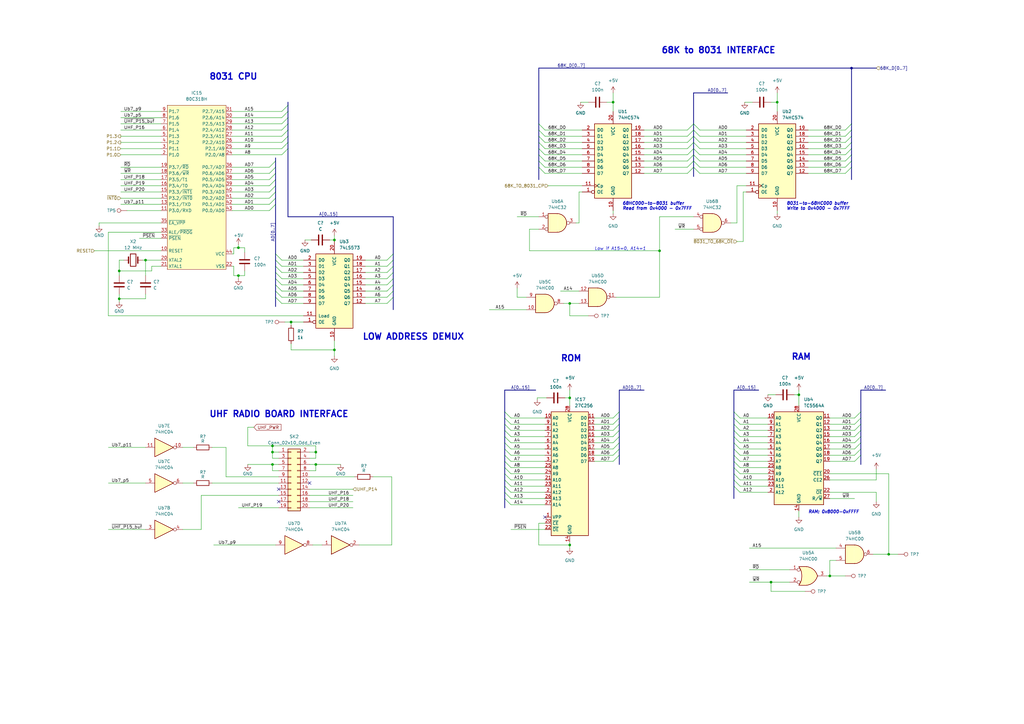
<source format=kicad_sch>
(kicad_sch (version 20211123) (generator eeschema)
  (paper "A3")
  (title_block (title "Datatrak Locator Mk.2 - 8031 (Radio) CPU"))
  (junction (at 270.51 102.87))
  (junction (at 111.76 182.88))
  (junction (at 111.76 190.5))
  (junction (at 119.38 132.08))
  (junction (at 316.23 238.76))
  (junction (at 111.76 185.42))
  (junction (at 251.46 41.91))
  (junction (at 340.36 236.22))
  (junction (at 97.79 113.03))
  (junction (at 97.79 101.6))
  (junction (at 318.77 41.91))
  (junction (at 233.68 163.195))
  (junction (at 233.68 124.46))
  (junction (at 129.54 190.5))
  (junction (at 129.54 185.42))
  (junction (at 137.16 143.51))
  (junction (at 327.66 161.925))
  (junction (at 137.16 98.425))
  (junction (at 364.49 227.33))
  (junction (at 349.25 27.94))
  (junction (at 48.895 111.125))
  (junction (at 48.895 122.555))
  (junction (at 59.69 106.68))
  (junction (at 233.68 223.52))
  (no_connect (at 223.52 212.09))
  (no_connect (at 127 198.12))
  (no_connect (at 114.3 200.66))
  (no_connect (at 114.3 205.74))
  (bus_entry (at 300.99 189.23) (size 2.54 2.54))
  (bus_entry (at 254 168.91) (size -2.54 2.54))
  (bus_entry (at 284.48 63.5) (size -2.54 2.54))
  (bus_entry (at 220.98 68.58) (size 2.54 2.54))
  (bus_entry (at 207.01 201.93) (size 2.54 2.54))
  (bus_entry (at 207.01 191.77) (size 2.54 2.54))
  (bus_entry (at 349.25 63.5) (size -2.54 2.54))
  (bus_entry (at 254 173.99) (size -2.54 2.54))
  (bus_entry (at 300.99 191.77) (size 2.54 2.54))
  (bus_entry (at 207.01 168.91) (size 2.54 2.54))
  (bus_entry (at 284.48 53.34) (size -2.54 2.54))
  (bus_entry (at 254 179.07) (size -2.54 2.54))
  (bus_entry (at 353.06 176.53) (size -2.54 2.54))
  (bus_entry (at 284.48 66.04) (size -2.54 2.54))
  (bus_entry (at 207.01 194.31) (size 2.54 2.54))
  (bus_entry (at 207.01 171.45) (size 2.54 2.54))
  (bus_entry (at 254 184.15) (size -2.54 2.54))
  (bus_entry (at 284.48 66.04) (size 2.54 2.54))
  (bus_entry (at 284.48 68.58) (size 2.54 2.54))
  (bus_entry (at 220.98 53.34) (size 2.54 2.54))
  (bus_entry (at 284.48 58.42) (size -2.54 2.54))
  (bus_entry (at 284.48 50.8) (size 2.54 2.54))
  (bus_entry (at 300.99 176.53) (size 2.54 2.54))
  (bus_entry (at 254 181.61) (size -2.54 2.54))
  (bus_entry (at 284.48 55.88) (size -2.54 2.54))
  (bus_entry (at 300.99 171.45) (size 2.54 2.54))
  (bus_entry (at 353.06 179.07) (size -2.54 2.54))
  (bus_entry (at 284.48 50.8) (size -2.54 2.54))
  (bus_entry (at 349.25 50.8) (size -2.54 2.54))
  (bus_entry (at 349.25 68.58) (size -2.54 2.54))
  (bus_entry (at 353.06 186.69) (size -2.54 2.54))
  (bus_entry (at 300.99 184.15) (size 2.54 2.54))
  (bus_entry (at 207.01 199.39) (size 2.54 2.54))
  (bus_entry (at 284.48 60.96) (size 2.54 2.54))
  (bus_entry (at 300.99 168.91) (size 2.54 2.54))
  (bus_entry (at 284.48 68.58) (size -2.54 2.54))
  (bus_entry (at 254 176.53) (size -2.54 2.54))
  (bus_entry (at 207.01 179.07) (size 2.54 2.54))
  (bus_entry (at 349.25 66.04) (size -2.54 2.54))
  (bus_entry (at 353.06 184.15) (size -2.54 2.54))
  (bus_entry (at 349.25 53.34) (size -2.54 2.54))
  (bus_entry (at 284.48 53.34) (size 2.54 2.54))
  (bus_entry (at 254 171.45) (size -2.54 2.54))
  (bus_entry (at 207.01 173.99) (size 2.54 2.54))
  (bus_entry (at 284.48 63.5) (size 2.54 2.54))
  (bus_entry (at 207.01 186.69) (size 2.54 2.54))
  (bus_entry (at 353.06 181.61) (size -2.54 2.54))
  (bus_entry (at 353.06 168.91) (size -2.54 2.54))
  (bus_entry (at 284.48 55.88) (size 2.54 2.54))
  (bus_entry (at 220.98 66.04) (size 2.54 2.54))
  (bus_entry (at 349.25 58.42) (size -2.54 2.54))
  (bus_entry (at 161.29 111.76) (size -2.54 2.54))
  (bus_entry (at 161.29 114.3) (size -2.54 2.54))
  (bus_entry (at 161.29 116.84) (size -2.54 2.54))
  (bus_entry (at 161.29 106.68) (size -2.54 2.54))
  (bus_entry (at 161.29 104.14) (size -2.54 2.54))
  (bus_entry (at 161.29 109.22) (size -2.54 2.54))
  (bus_entry (at 118.11 50.8) (size -2.54 2.54))
  (bus_entry (at 118.11 43.18) (size -2.54 2.54))
  (bus_entry (at 118.11 45.72) (size -2.54 2.54))
  (bus_entry (at 118.11 48.26) (size -2.54 2.54))
  (bus_entry (at 118.11 53.34) (size -2.54 2.54))
  (bus_entry (at 118.11 55.88) (size -2.54 2.54))
  (bus_entry (at 118.11 58.42) (size -2.54 2.54))
  (bus_entry (at 118.11 60.96) (size -2.54 2.54))
  (bus_entry (at 113.03 109.22) (size 2.54 2.54))
  (bus_entry (at 113.03 104.14) (size 2.54 2.54))
  (bus_entry (at 113.03 106.68) (size 2.54 2.54))
  (bus_entry (at 113.03 121.92) (size 2.54 2.54))
  (bus_entry (at 113.03 114.3) (size 2.54 2.54))
  (bus_entry (at 113.03 111.76) (size 2.54 2.54))
  (bus_entry (at 113.03 116.84) (size 2.54 2.54))
  (bus_entry (at 113.03 119.38) (size 2.54 2.54))
  (bus_entry (at 161.29 121.92) (size -2.54 2.54))
  (bus_entry (at 161.29 119.38) (size -2.54 2.54))
  (bus_entry (at 113.03 66.04) (size -2.54 2.54))
  (bus_entry (at 113.03 68.58) (size -2.54 2.54))
  (bus_entry (at 113.03 83.82) (size -2.54 2.54))
  (bus_entry (at 113.03 78.74) (size -2.54 2.54))
  (bus_entry (at 113.03 81.28) (size -2.54 2.54))
  (bus_entry (at 113.03 73.66) (size -2.54 2.54))
  (bus_entry (at 113.03 71.12) (size -2.54 2.54))
  (bus_entry (at 113.03 76.2) (size -2.54 2.54))
  (bus_entry (at 300.99 194.31) (size 2.54 2.54))
  (bus_entry (at 300.99 199.39) (size 2.54 2.54))
  (bus_entry (at 349.25 55.88) (size -2.54 2.54))
  (bus_entry (at 349.25 60.96) (size -2.54 2.54))
  (bus_entry (at 220.98 63.5) (size 2.54 2.54))
  (bus_entry (at 220.98 58.42) (size 2.54 2.54))
  (bus_entry (at 284.48 58.42) (size 2.54 2.54))
  (bus_entry (at 254 186.69) (size -2.54 2.54))
  (bus_entry (at 300.99 181.61) (size 2.54 2.54))
  (bus_entry (at 300.99 179.07) (size 2.54 2.54))
  (bus_entry (at 207.01 204.47) (size 2.54 2.54))
  (bus_entry (at 207.01 181.61) (size 2.54 2.54))
  (bus_entry (at 207.01 176.53) (size 2.54 2.54))
  (bus_entry (at 300.99 186.69) (size 2.54 2.54))
  (bus_entry (at 207.01 189.23) (size 2.54 2.54))
  (bus_entry (at 220.98 50.8) (size 2.54 2.54))
  (bus_entry (at 220.98 55.88) (size 2.54 2.54))
  (bus_entry (at 300.99 196.85) (size 2.54 2.54))
  (bus_entry (at 207.01 196.85) (size 2.54 2.54))
  (bus_entry (at 300.99 173.99) (size 2.54 2.54))
  (bus_entry (at 207.01 184.15) (size 2.54 2.54))
  (bus_entry (at 353.06 173.99) (size -2.54 2.54))
  (bus_entry (at 220.98 60.96) (size 2.54 2.54))
  (bus_entry (at 284.48 60.96) (size -2.54 2.54))
  (bus_entry (at 353.06 171.45) (size -2.54 2.54))
  (wire (pts (xy 331.47 60.96) (xy 346.71 60.96)))
  (wire (pts (xy 264.16 68.58) (xy 281.94 68.58)))
  (wire (pts (xy 340.36 189.23) (xy 350.52 189.23)))
  (wire (pts (xy 340.36 179.07) (xy 350.52 179.07)))
  (bus (pts (xy 284.48 38.1) (xy 284.48 50.8)))
  (wire (pts (xy 243.84 189.23) (xy 251.46 189.23)))
  (wire (pts (xy 238.125 41.91) (xy 241.3 41.91)))
  (wire (pts (xy 119.38 140.97) (xy 119.38 143.51)))
  (wire (pts (xy 303.53 199.39) (xy 314.96 199.39)))
  (wire (pts (xy 220.345 163.195) (xy 220.345 163.83)))
  (wire (pts (xy 223.52 68.58) (xy 238.76 68.58)))
  (bus (pts (xy 118.11 55.88) (xy 118.11 58.42)))
  (wire (pts (xy 340.36 229.87) (xy 340.36 236.22)))
  (wire (pts (xy 82.55 217.17) (xy 82.55 203.2)))
  (bus (pts (xy 118.11 41.91) (xy 118.11 43.18)))
  (wire (pts (xy 95.25 68.58) (xy 110.49 68.58)))
  (wire (pts (xy 49.53 83.82) (xy 66.04 83.82)))
  (bus (pts (xy 113.03 104.14) (xy 113.03 106.68)))
  (wire (pts (xy 340.36 186.69) (xy 350.52 186.69)))
  (wire (pts (xy 252.73 121.92) (xy 270.51 121.92)))
  (bus (pts (xy 207.01 160.02) (xy 219.71 160.02)))
  (wire (pts (xy 129.54 182.88) (xy 129.54 185.42)))
  (wire (pts (xy 129.54 190.5) (xy 129.54 193.04)))
  (bus (pts (xy 118.11 60.96) (xy 118.11 88.9)))
  (bus (pts (xy 220.98 55.88) (xy 220.98 53.34)))
  (wire (pts (xy 233.68 160.02) (xy 233.68 163.195)))
  (wire (pts (xy 48.895 106.68) (xy 48.895 111.125)))
  (wire (pts (xy 40.64 92.71) (xy 40.64 91.44)))
  (wire (pts (xy 49.53 78.74) (xy 66.04 78.74)))
  (bus (pts (xy 113.03 121.92) (xy 113.03 125.73)))
  (wire (pts (xy 111.76 185.42) (xy 111.76 187.96)))
  (wire (pts (xy 48.895 111.125) (xy 48.895 113.03)))
  (wire (pts (xy 364.49 194.31) (xy 364.49 227.33)))
  (bus (pts (xy 113.03 114.3) (xy 113.03 116.84)))
  (wire (pts (xy 137.16 143.51) (xy 137.16 146.05)))
  (wire (pts (xy 128.27 223.52) (xy 132.08 223.52)))
  (bus (pts (xy 300.99 191.77) (xy 300.99 189.23)))
  (bus (pts (xy 300.99 171.45) (xy 300.99 168.91)))
  (wire (pts (xy 212.09 121.92) (xy 212.09 118.11)))
  (wire (pts (xy 223.52 53.34) (xy 238.76 53.34)))
  (wire (pts (xy 66.04 95.25) (xy 44.45 95.25)))
  (wire (pts (xy 264.16 71.12) (xy 281.94 71.12)))
  (wire (pts (xy 359.41 196.85) (xy 359.41 192.405)))
  (wire (pts (xy 340.36 236.22) (xy 346.71 236.22)))
  (bus (pts (xy 349.25 50.8) (xy 349.25 53.34)))
  (wire (pts (xy 137.16 98.425) (xy 137.16 99.06)))
  (bus (pts (xy 349.25 66.04) (xy 349.25 68.58)))
  (wire (pts (xy 327.66 160.02) (xy 327.66 161.925)))
  (wire (pts (xy 115.57 124.46) (xy 124.46 124.46)))
  (wire (pts (xy 264.16 66.04) (xy 281.94 66.04)))
  (wire (pts (xy 95.25 55.88) (xy 115.57 55.88)))
  (wire (pts (xy 287.02 55.88) (xy 306.07 55.88)))
  (wire (pts (xy 340.36 184.15) (xy 350.52 184.15)))
  (wire (pts (xy 86.995 183.515) (xy 92.71 183.515)))
  (wire (pts (xy 316.23 238.76) (xy 323.85 238.76)))
  (wire (pts (xy 220.98 223.52) (xy 233.68 223.52)))
  (wire (pts (xy 276.86 93.98) (xy 284.48 93.98)))
  (bus (pts (xy 300.99 184.15) (xy 300.99 181.61)))
  (wire (pts (xy 327.66 161.925) (xy 327.66 166.37)))
  (wire (pts (xy 264.16 58.42) (xy 281.94 58.42)))
  (bus (pts (xy 220.98 63.5) (xy 220.98 60.96)))
  (wire (pts (xy 147.32 223.52) (xy 160.655 223.52)))
  (wire (pts (xy 101.6 175.26) (xy 101.6 182.88)))
  (wire (pts (xy 124.46 132.08) (xy 119.38 132.08)))
  (wire (pts (xy 127 195.58) (xy 145.415 195.58)))
  (wire (pts (xy 74.93 198.12) (xy 79.375 198.12)))
  (wire (pts (xy 318.77 41.91) (xy 318.77 45.72)))
  (bus (pts (xy 113.03 68.58) (xy 113.03 71.12)))
  (wire (pts (xy 220.98 93.98) (xy 217.17 93.98)))
  (wire (pts (xy 331.47 71.12) (xy 346.71 71.12)))
  (wire (pts (xy 248.92 41.91) (xy 251.46 41.91)))
  (wire (pts (xy 287.02 66.04) (xy 306.07 66.04)))
  (wire (pts (xy 149.86 114.3) (xy 158.75 114.3)))
  (wire (pts (xy 59.69 120.65) (xy 59.69 122.555)))
  (wire (pts (xy 111.76 182.88) (xy 129.54 182.88)))
  (wire (pts (xy 307.34 224.79) (xy 342.9 224.79)))
  (wire (pts (xy 111.76 182.88) (xy 101.6 182.88)))
  (wire (pts (xy 49.53 55.88) (xy 66.04 55.88)))
  (bus (pts (xy 349.25 27.94) (xy 349.25 50.8)))
  (bus (pts (xy 118.11 43.18) (xy 118.11 45.72)))
  (bus (pts (xy 220.98 66.04) (xy 220.98 63.5)))
  (wire (pts (xy 209.55 201.93) (xy 223.52 201.93)))
  (wire (pts (xy 95.25 50.8) (xy 115.57 50.8)))
  (bus (pts (xy 284.48 55.88) (xy 284.48 58.42)))
  (bus (pts (xy 113.03 66.04) (xy 113.03 68.58)))
  (wire (pts (xy 209.55 173.99) (xy 223.52 173.99)))
  (bus (pts (xy 349.25 63.5) (xy 349.25 66.04)))
  (wire (pts (xy 233.68 163.195) (xy 233.68 166.37)))
  (bus (pts (xy 207.01 199.39) (xy 207.01 196.85)))
  (wire (pts (xy 233.68 129.54) (xy 233.68 124.46)))
  (wire (pts (xy 49.53 53.34) (xy 66.04 53.34)))
  (bus (pts (xy 118.11 50.8) (xy 118.11 53.34)))
  (wire (pts (xy 62.23 111.125) (xy 62.23 109.22)))
  (bus (pts (xy 353.06 168.91) (xy 353.06 160.02)))
  (bus (pts (xy 284.48 53.34) (xy 284.48 55.88)))
  (wire (pts (xy 237.49 78.74) (xy 238.76 78.74)))
  (bus (pts (xy 220.98 60.96) (xy 220.98 58.42)))
  (wire (pts (xy 129.54 190.5) (xy 139.7 190.5)))
  (wire (pts (xy 331.47 68.58) (xy 346.71 68.58)))
  (wire (pts (xy 95.25 83.82) (xy 110.49 83.82)))
  (wire (pts (xy 49.53 73.66) (xy 66.04 73.66)))
  (wire (pts (xy 318.77 38.1) (xy 318.77 41.91)))
  (bus (pts (xy 207.01 168.91) (xy 207.01 160.02)))
  (wire (pts (xy 209.55 191.77) (xy 223.52 191.77)))
  (wire (pts (xy 217.17 102.87) (xy 270.51 102.87)))
  (bus (pts (xy 113.03 64.77) (xy 113.03 66.04)))
  (wire (pts (xy 111.76 185.42) (xy 111.76 182.88)))
  (bus (pts (xy 118.11 53.34) (xy 118.11 55.88)))
  (bus (pts (xy 113.03 78.74) (xy 113.03 81.28)))
  (bus (pts (xy 353.06 171.45) (xy 353.06 168.91)))
  (wire (pts (xy 87.63 223.52) (xy 113.03 223.52)))
  (wire (pts (xy 331.47 66.04) (xy 346.71 66.04)))
  (wire (pts (xy 127 200.66) (xy 144.78 200.66)))
  (wire (pts (xy 209.55 207.01) (xy 223.52 207.01)))
  (wire (pts (xy 303.53 194.31) (xy 314.96 194.31)))
  (wire (pts (xy 331.47 58.42) (xy 346.71 58.42)))
  (wire (pts (xy 127 185.42) (xy 129.54 185.42)))
  (wire (pts (xy 95.25 81.28) (xy 110.49 81.28)))
  (wire (pts (xy 49.53 71.12) (xy 66.04 71.12)))
  (bus (pts (xy 254 184.15) (xy 254 181.61)))
  (wire (pts (xy 325.755 161.925) (xy 327.66 161.925)))
  (bus (pts (xy 220.98 58.42) (xy 220.98 55.88)))
  (bus (pts (xy 284.48 63.5) (xy 284.48 66.04)))
  (wire (pts (xy 243.84 186.69) (xy 251.46 186.69)))
  (wire (pts (xy 38.735 102.87) (xy 66.04 102.87)))
  (wire (pts (xy 95.25 58.42) (xy 115.57 58.42)))
  (wire (pts (xy 95.885 104.14) (xy 95.885 101.6)))
  (bus (pts (xy 300.99 179.07) (xy 300.99 176.53)))
  (wire (pts (xy 49.53 81.28) (xy 66.04 81.28)))
  (bus (pts (xy 300.99 176.53) (xy 300.99 173.99)))
  (wire (pts (xy 49.53 63.5) (xy 66.04 63.5)))
  (wire (pts (xy 95.25 104.14) (xy 95.885 104.14)))
  (wire (pts (xy 127 203.2) (xy 144.78 203.2)))
  (wire (pts (xy 111.76 193.04) (xy 114.3 193.04)))
  (bus (pts (xy 284.48 50.8) (xy 284.48 53.34)))
  (wire (pts (xy 115.57 121.92) (xy 124.46 121.92)))
  (bus (pts (xy 161.29 109.22) (xy 161.29 111.76)))
  (wire (pts (xy 137.16 96.52) (xy 137.16 98.425)))
  (bus (pts (xy 300.99 189.23) (xy 300.99 186.69)))
  (wire (pts (xy 237.49 91.44) (xy 237.49 78.74)))
  (wire (pts (xy 149.86 106.68) (xy 158.75 106.68)))
  (bus (pts (xy 207.01 176.53) (xy 207.01 173.99)))
  (wire (pts (xy 104.14 175.26) (xy 101.6 175.26)))
  (bus (pts (xy 284.48 38.1) (xy 298.45 38.1)))
  (wire (pts (xy 303.53 196.85) (xy 314.96 196.85)))
  (wire (pts (xy 115.57 109.22) (xy 124.46 109.22)))
  (bus (pts (xy 220.98 68.58) (xy 220.98 66.04)))
  (wire (pts (xy 101.6 190.5) (xy 111.76 190.5)))
  (wire (pts (xy 229.87 119.38) (xy 237.49 119.38)))
  (bus (pts (xy 254 186.69) (xy 254 184.15)))
  (wire (pts (xy 137.16 139.7) (xy 137.16 143.51)))
  (wire (pts (xy 287.02 60.96) (xy 306.07 60.96)))
  (bus (pts (xy 300.99 186.69) (xy 300.99 184.15)))
  (wire (pts (xy 215.9 121.92) (xy 212.09 121.92)))
  (bus (pts (xy 300.99 194.31) (xy 300.99 191.77)))
  (wire (pts (xy 233.68 124.46) (xy 237.49 124.46)))
  (wire (pts (xy 340.36 194.31) (xy 364.49 194.31)))
  (wire (pts (xy 209.55 199.39) (xy 223.52 199.39)))
  (wire (pts (xy 95.885 113.03) (xy 97.79 113.03)))
  (wire (pts (xy 243.84 173.99) (xy 251.46 173.99)))
  (wire (pts (xy 97.79 101.6) (xy 97.79 100.33)))
  (wire (pts (xy 304.8 78.74) (xy 306.07 78.74)))
  (bus (pts (xy 207.01 196.85) (xy 207.01 194.31)))
  (wire (pts (xy 340.36 196.85) (xy 359.41 196.85)))
  (bus (pts (xy 207.01 191.77) (xy 207.01 189.23)))
  (wire (pts (xy 95.25 78.74) (xy 110.49 78.74)))
  (wire (pts (xy 303.53 179.07) (xy 314.96 179.07)))
  (wire (pts (xy 48.895 122.555) (xy 59.69 122.555)))
  (bus (pts (xy 207.01 201.93) (xy 207.01 199.39)))
  (wire (pts (xy 62.23 109.22) (xy 66.04 109.22)))
  (wire (pts (xy 127 205.74) (xy 144.78 205.74)))
  (wire (pts (xy 231.775 163.195) (xy 233.68 163.195)))
  (wire (pts (xy 57.15 97.79) (xy 66.04 97.79)))
  (wire (pts (xy 217.17 93.98) (xy 217.17 102.87)))
  (wire (pts (xy 340.36 204.47) (xy 350.52 204.47)))
  (wire (pts (xy 340.36 173.99) (xy 350.52 173.99)))
  (wire (pts (xy 48.895 120.65) (xy 48.895 122.555)))
  (wire (pts (xy 95.25 48.26) (xy 115.57 48.26)))
  (wire (pts (xy 224.79 76.2) (xy 238.76 76.2)))
  (bus (pts (xy 349.25 60.96) (xy 349.25 63.5)))
  (wire (pts (xy 316.23 41.91) (xy 318.77 41.91)))
  (bus (pts (xy 220.98 27.94) (xy 349.25 27.94)))
  (wire (pts (xy 114.3 195.58) (xy 92.71 195.58)))
  (wire (pts (xy 287.02 53.34) (xy 306.07 53.34)))
  (wire (pts (xy 127 190.5) (xy 129.54 190.5)))
  (wire (pts (xy 74.93 183.515) (xy 79.375 183.515)))
  (bus (pts (xy 207.01 184.15) (xy 207.01 181.61)))
  (wire (pts (xy 243.84 179.07) (xy 251.46 179.07)))
  (wire (pts (xy 129.54 193.04) (xy 127 193.04)))
  (wire (pts (xy 304.8 99.06) (xy 304.8 78.74)))
  (wire (pts (xy 59.69 198.12) (xy 44.45 198.12)))
  (bus (pts (xy 353.06 176.53) (xy 353.06 173.99)))
  (wire (pts (xy 303.53 189.23) (xy 314.96 189.23)))
  (bus (pts (xy 284.48 72.39) (xy 284.48 68.58)))
  (bus (pts (xy 207.01 208.28) (xy 207.01 204.47)))
  (wire (pts (xy 95.25 53.34) (xy 115.57 53.34)))
  (wire (pts (xy 303.53 191.77) (xy 314.96 191.77)))
  (wire (pts (xy 233.68 223.52) (xy 233.68 224.79)))
  (wire (pts (xy 114.3 190.5) (xy 111.76 190.5)))
  (bus (pts (xy 113.03 111.76) (xy 113.03 114.3)))
  (bus (pts (xy 113.03 81.28) (xy 113.03 83.82)))
  (bus (pts (xy 118.11 45.72) (xy 118.11 48.26)))
  (wire (pts (xy 236.22 91.44) (xy 237.49 91.44)))
  (wire (pts (xy 209.55 186.69) (xy 223.52 186.69)))
  (wire (pts (xy 95.25 109.22) (xy 95.885 109.22)))
  (bus (pts (xy 207.01 179.07) (xy 207.01 176.53)))
  (wire (pts (xy 299.72 91.44) (xy 302.26 91.44)))
  (wire (pts (xy 318.77 86.36) (xy 318.77 87.63)))
  (wire (pts (xy 243.84 171.45) (xy 251.46 171.45)))
  (wire (pts (xy 307.34 233.68) (xy 323.85 233.68)))
  (wire (pts (xy 212.09 88.9) (xy 220.98 88.9)))
  (wire (pts (xy 270.51 88.9) (xy 284.48 88.9)))
  (wire (pts (xy 49.53 60.96) (xy 66.04 60.96)))
  (wire (pts (xy 95.25 86.36) (xy 110.49 86.36)))
  (wire (pts (xy 302.26 99.06) (xy 304.8 99.06)))
  (wire (pts (xy 95.25 60.96) (xy 115.57 60.96)))
  (wire (pts (xy 58.42 106.68) (xy 59.69 106.68)))
  (wire (pts (xy 135.255 98.425) (xy 137.16 98.425)))
  (bus (pts (xy 300.99 196.85) (xy 300.99 194.31)))
  (wire (pts (xy 100.33 111.125) (xy 100.33 113.03)))
  (bus (pts (xy 220.98 73.66) (xy 220.98 68.58)))
  (wire (pts (xy 52.07 86.36) (xy 66.04 86.36)))
  (wire (pts (xy 340.36 181.61) (xy 350.52 181.61)))
  (bus (pts (xy 254 173.99) (xy 254 171.45)))
  (wire (pts (xy 331.47 63.5) (xy 346.71 63.5)))
  (wire (pts (xy 127 208.28) (xy 144.78 208.28)))
  (wire (pts (xy 49.53 50.8) (xy 66.04 50.8)))
  (wire (pts (xy 316.23 238.76) (xy 316.23 242.57)))
  (wire (pts (xy 223.52 214.63) (xy 220.98 214.63)))
  (wire (pts (xy 251.46 41.91) (xy 251.46 45.72)))
  (wire (pts (xy 303.53 173.99) (xy 314.96 173.99)))
  (bus (pts (xy 254 190.5) (xy 254 186.69)))
  (bus (pts (xy 113.03 106.68) (xy 113.03 109.22)))
  (wire (pts (xy 303.53 171.45) (xy 314.96 171.45)))
  (bus (pts (xy 353.06 173.99) (xy 353.06 171.45)))
  (wire (pts (xy 209.55 171.45) (xy 223.52 171.45)))
  (bus (pts (xy 118.11 88.9) (xy 161.29 88.9)))
  (wire (pts (xy 209.55 217.17) (xy 223.52 217.17)))
  (bus (pts (xy 349.25 53.34) (xy 349.25 55.88)))
  (bus (pts (xy 207.01 194.31) (xy 207.01 191.77)))
  (wire (pts (xy 264.16 55.88) (xy 281.94 55.88)))
  (wire (pts (xy 97.79 208.28) (xy 114.3 208.28)))
  (wire (pts (xy 303.53 186.69) (xy 314.96 186.69)))
  (wire (pts (xy 48.895 122.555) (xy 48.895 123.825)))
  (wire (pts (xy 115.57 119.38) (xy 124.46 119.38)))
  (wire (pts (xy 223.52 63.5) (xy 238.76 63.5)))
  (bus (pts (xy 254 171.45) (xy 254 168.91)))
  (wire (pts (xy 364.49 227.33) (xy 358.14 227.33)))
  (wire (pts (xy 223.52 71.12) (xy 238.76 71.12)))
  (wire (pts (xy 97.79 113.03) (xy 97.79 114.3)))
  (wire (pts (xy 270.51 102.87) (xy 270.51 121.92)))
  (bus (pts (xy 349.25 58.42) (xy 349.25 60.96)))
  (wire (pts (xy 100.33 113.03) (xy 97.79 113.03)))
  (bus (pts (xy 207.01 171.45) (xy 207.01 168.91)))
  (wire (pts (xy 59.69 106.68) (xy 66.04 106.68)))
  (wire (pts (xy 149.86 124.46) (xy 158.75 124.46)))
  (wire (pts (xy 327.66 209.55) (xy 327.66 212.09)))
  (wire (pts (xy 303.53 176.53) (xy 314.96 176.53)))
  (wire (pts (xy 303.53 184.15) (xy 314.96 184.15)))
  (bus (pts (xy 161.29 88.9) (xy 161.29 104.14)))
  (bus (pts (xy 161.29 119.38) (xy 161.29 121.92)))
  (wire (pts (xy 44.45 129.54) (xy 124.46 129.54)))
  (wire (pts (xy 92.71 195.58) (xy 92.71 183.515)))
  (bus (pts (xy 113.03 83.82) (xy 113.03 104.14)))
  (wire (pts (xy 331.47 55.88) (xy 346.71 55.88)))
  (wire (pts (xy 160.655 223.52) (xy 160.655 195.58)))
  (bus (pts (xy 207.01 186.69) (xy 207.01 184.15)))
  (bus (pts (xy 161.29 104.14) (xy 161.29 106.68)))
  (wire (pts (xy 287.02 71.12) (xy 306.07 71.12)))
  (wire (pts (xy 231.14 124.46) (xy 233.68 124.46)))
  (bus (pts (xy 113.03 119.38) (xy 113.03 121.92)))
  (bus (pts (xy 113.03 73.66) (xy 113.03 76.2)))
  (wire (pts (xy 50.8 106.68) (xy 48.895 106.68)))
  (wire (pts (xy 74.93 217.17) (xy 82.55 217.17)))
  (wire (pts (xy 251.46 38.1) (xy 251.46 41.91)))
  (wire (pts (xy 95.25 73.66) (xy 110.49 73.66)))
  (wire (pts (xy 59.69 106.68) (xy 59.69 113.03)))
  (wire (pts (xy 220.98 214.63) (xy 220.98 223.52)))
  (wire (pts (xy 111.76 190.5) (xy 111.76 193.04)))
  (wire (pts (xy 209.55 196.85) (xy 223.52 196.85)))
  (wire (pts (xy 303.53 201.93) (xy 314.96 201.93)))
  (wire (pts (xy 115.57 114.3) (xy 124.46 114.3)))
  (wire (pts (xy 82.55 203.2) (xy 114.3 203.2)))
  (bus (pts (xy 220.98 50.8) (xy 220.98 27.94)))
  (bus (pts (xy 161.29 116.84) (xy 161.29 119.38)))
  (wire (pts (xy 116.84 132.08) (xy 119.38 132.08)))
  (wire (pts (xy 287.02 63.5) (xy 306.07 63.5)))
  (wire (pts (xy 115.57 106.68) (xy 124.46 106.68)))
  (wire (pts (xy 209.55 194.31) (xy 223.52 194.31)))
  (wire (pts (xy 149.86 119.38) (xy 158.75 119.38)))
  (wire (pts (xy 364.49 227.33) (xy 368.3 227.33)))
  (wire (pts (xy 160.655 195.58) (xy 153.035 195.58)))
  (wire (pts (xy 340.36 171.45) (xy 350.52 171.45)))
  (wire (pts (xy 243.84 181.61) (xy 251.46 181.61)))
  (bus (pts (xy 300.99 181.61) (xy 300.99 179.07)))
  (wire (pts (xy 342.9 229.87) (xy 340.36 229.87)))
  (wire (pts (xy 209.55 189.23) (xy 223.52 189.23)))
  (bus (pts (xy 254 168.91) (xy 254 160.02)))
  (wire (pts (xy 287.02 58.42) (xy 306.07 58.42)))
  (bus (pts (xy 349.25 55.88) (xy 349.25 58.42)))
  (wire (pts (xy 48.895 111.125) (xy 62.23 111.125)))
  (wire (pts (xy 223.52 55.88) (xy 238.76 55.88)))
  (wire (pts (xy 40.64 91.44) (xy 66.04 91.44)))
  (wire (pts (xy 209.55 204.47) (xy 223.52 204.47)))
  (wire (pts (xy 129.54 185.42) (xy 129.54 187.96)))
  (wire (pts (xy 86.995 198.12) (xy 114.3 198.12)))
  (wire (pts (xy 49.53 48.26) (xy 66.04 48.26)))
  (wire (pts (xy 49.53 58.42) (xy 66.04 58.42)))
  (wire (pts (xy 359.41 205.74) (xy 359.41 201.93)))
  (wire (pts (xy 340.36 201.93) (xy 359.41 201.93)))
  (bus (pts (xy 300.99 160.02) (xy 311.15 160.02)))
  (wire (pts (xy 243.84 184.15) (xy 251.46 184.15)))
  (wire (pts (xy 95.25 76.2) (xy 110.49 76.2)))
  (wire (pts (xy 243.84 176.53) (xy 251.46 176.53)))
  (bus (pts (xy 284.48 60.96) (xy 284.48 63.5)))
  (wire (pts (xy 97.79 101.6) (xy 100.33 101.6)))
  (wire (pts (xy 149.86 111.76) (xy 158.75 111.76)))
  (wire (pts (xy 270.51 102.87) (xy 270.51 88.9)))
  (wire (pts (xy 302.26 91.44) (xy 302.26 76.2)))
  (wire (pts (xy 44.45 217.17) (xy 59.69 217.17)))
  (bus (pts (xy 349.25 27.94) (xy 359.41 27.94)))
  (wire (pts (xy 251.46 86.36) (xy 251.46 87.63)))
  (wire (pts (xy 115.57 116.84) (xy 124.46 116.84)))
  (wire (pts (xy 224.155 163.195) (xy 220.345 163.195)))
  (wire (pts (xy 114.3 185.42) (xy 111.76 185.42)))
  (wire (pts (xy 340.36 176.53) (xy 350.52 176.53)))
  (wire (pts (xy 119.38 132.08) (xy 119.38 133.35)))
  (bus (pts (xy 113.03 71.12) (xy 113.03 73.66)))
  (wire (pts (xy 49.53 68.58) (xy 66.04 68.58)))
  (wire (pts (xy 49.53 76.2) (xy 66.04 76.2)))
  (wire (pts (xy 223.52 58.42) (xy 238.76 58.42)))
  (bus (pts (xy 353.06 186.69) (xy 353.06 184.15)))
  (wire (pts (xy 209.55 181.61) (xy 223.52 181.61)))
  (wire (pts (xy 100.33 101.6) (xy 100.33 103.505)))
  (bus (pts (xy 254 179.07) (xy 254 176.53)))
  (bus (pts (xy 353.06 190.5) (xy 353.06 186.69)))
  (wire (pts (xy 339.09 236.22) (xy 340.36 236.22)))
  (wire (pts (xy 44.45 95.25) (xy 44.45 129.54)))
  (wire (pts (xy 233.68 222.25) (xy 233.68 223.52)))
  (bus (pts (xy 284.48 58.42) (xy 284.48 60.96)))
  (wire (pts (xy 314.96 161.925) (xy 318.135 161.925)))
  (wire (pts (xy 127 187.96) (xy 129.54 187.96)))
  (wire (pts (xy 287.02 68.58) (xy 306.07 68.58)))
  (bus (pts (xy 207.01 181.61) (xy 207.01 179.07)))
  (bus (pts (xy 207.01 189.23) (xy 207.01 186.69)))
  (bus (pts (xy 300.99 168.91) (xy 300.99 160.02)))
  (wire (pts (xy 209.55 176.53) (xy 223.52 176.53)))
  (wire (pts (xy 307.34 238.76) (xy 316.23 238.76)))
  (wire (pts (xy 115.57 111.76) (xy 124.46 111.76)))
  (wire (pts (xy 303.53 181.61) (xy 314.96 181.61)))
  (wire (pts (xy 95.25 63.5) (xy 115.57 63.5)))
  (bus (pts (xy 300.99 199.39) (xy 300.99 196.85)))
  (bus (pts (xy 113.03 109.22) (xy 113.03 111.76)))
  (wire (pts (xy 331.47 53.34) (xy 346.71 53.34)))
  (bus (pts (xy 254 160.02) (xy 264.16 160.02)))
  (bus (pts (xy 220.98 53.34) (xy 220.98 50.8)))
  (wire (pts (xy 241.3 129.54) (xy 233.68 129.54)))
  (bus (pts (xy 353.06 160.02) (xy 363.22 160.02)))
  (bus (pts (xy 353.06 181.61) (xy 353.06 179.07)))
  (wire (pts (xy 119.38 143.51) (xy 137.16 143.51)))
  (wire (pts (xy 209.55 179.07) (xy 223.52 179.07)))
  (wire (pts (xy 330.2 242.57) (xy 316.23 242.57)))
  (wire (pts (xy 111.76 187.96) (xy 114.3 187.96)))
  (bus (pts (xy 284.48 66.04) (xy 284.48 68.58)))
  (bus (pts (xy 118.11 48.26) (xy 118.11 50.8)))
  (wire (pts (xy 302.26 76.2) (xy 306.07 76.2)))
  (wire (pts (xy 149.86 109.22) (xy 158.75 109.22)))
  (wire (pts (xy 95.25 45.72) (xy 115.57 45.72)))
  (bus (pts (xy 353.06 179.07) (xy 353.06 176.53)))
  (bus (pts (xy 300.99 204.47) (xy 300.99 199.39)))
  (wire (pts (xy 44.45 183.515) (xy 59.69 183.515)))
  (wire (pts (xy 49.53 45.72) (xy 66.04 45.72)))
  (wire (pts (xy 95.25 71.12) (xy 110.49 71.12)))
  (wire (pts (xy 95.885 101.6) (xy 97.79 101.6)))
  (bus (pts (xy 207.01 173.99) (xy 207.01 171.45)))
  (bus (pts (xy 254 181.61) (xy 254 179.07)))
  (bus (pts (xy 207.01 204.47) (xy 207.01 201.93)))
  (wire (pts (xy 125.095 98.425) (xy 127.635 98.425)))
  (wire (pts (xy 209.55 184.15) (xy 223.52 184.15)))
  (wire (pts (xy 305.435 41.91) (xy 308.61 41.91)))
  (wire (pts (xy 149.86 116.84) (xy 158.75 116.84)))
  (wire (pts (xy 264.16 53.34) (xy 281.94 53.34)))
  (wire (pts (xy 223.52 66.04) (xy 238.76 66.04)))
  (bus (pts (xy 161.29 121.92) (xy 161.29 127)))
  (bus (pts (xy 353.06 184.15) (xy 353.06 181.61)))
  (wire (pts (xy 264.16 63.5) (xy 281.94 63.5)))
  (bus (pts (xy 349.25 68.58) (xy 349.25 73.66)))
  (bus (pts (xy 118.11 58.42) (xy 118.11 60.96)))
  (bus (pts (xy 113.03 116.84) (xy 113.03 119.38)))
  (wire (pts (xy 200.66 127) (xy 215.9 127)))
  (bus (pts (xy 161.29 114.3) (xy 161.29 116.84)))
  (wire (pts (xy 149.86 121.92) (xy 158.75 121.92)))
  (bus (pts (xy 254 176.53) (xy 254 173.99)))
  (wire (pts (xy 95.885 109.22) (xy 95.885 113.03)))
  (bus (pts (xy 161.29 111.76) (xy 161.29 114.3)))
  (bus (pts (xy 161.29 106.68) (xy 161.29 109.22)))
  (wire (pts (xy 264.16 60.96) (xy 281.94 60.96)))
  (bus (pts (xy 300.99 173.99) (xy 300.99 171.45)))
  (bus (pts (xy 113.03 76.2) (xy 113.03 78.74)))
  (wire (pts (xy 223.52 60.96) (xy 238.76 60.96)))
  (text "68HC000-to-8031 buffer\nRead from 0x4000 - 0x7FFF" (at 255.27 86.36 0) (effects (font (size 1.27 1.27) (thickness 0.254) bold italic) (justify left bottom)))
  (text "UHF RADIO BOARD INTERFACE" (at 85.725 171.45 0) (effects (font (size 2.54 2.54) (thickness 0.508) bold) (justify left bottom)))
  (text "LOW ADDRESS DEMUX" (at 148.59 139.7 0) (effects (font (size 2.54 2.54) bold) (justify left bottom)))
  (text "ROM" (at 229.87 148.59 0) (effects (font (size 2.54 2.54) bold) (justify left bottom)))
  (text "RAM: 0x8000-0xFFFF" (at 331.47 210.82 0) (effects (font (size 1.27 1.27) (thickness 0.254) bold italic) (justify left bottom)))
  (text "8031-to-68HC000 buffer\nWrite to 0x4000 - 0x7FFF" (at 322.58 86.36 0) (effects (font (size 1.27 1.27) (thickness 0.254) bold italic) (justify left bottom)))
  (text "68K to 8031 INTERFACE" (at 271.145 22.225 0) (effects (font (size 2.54 2.54) bold) (justify left bottom)))
  (text "RAM" (at 324.485 147.955 0) (effects (font (size 2.54 2.54) bold) (justify left bottom)))
  (text "8031 CPU" (at 85.725 33.02 0) (effects (font (size 2.54 2.54) bold) (justify left bottom)))
  (text "Low if A15=0, A14=1" (at 243.84 102.87 0) (effects (font (size 1.27 1.27) italic) (justify left bottom)))
  (label "68K_D7" (at 224.79 71.12 0))
  (label "A11" (at 100.33 55.88 0))
  (label "~{WR}" (at 308.61 238.76 0))
  (label "AD2" (at 345.44 176.53 0))
  (label "~{RD}" (at 50.8 68.58 0))
  (label "A14" (at 100.33 48.26 0))
  (label "AD0" (at 267.97 53.34 0))
  (label "Ub7_p9" (at 50.8 45.72 0))
  (label "A11" (at 304.8 199.39 0))
  (label "A[0..15]" (at 130.81 88.9 0))
  (label "AD6" (at 345.44 186.69 0))
  (label "~{WR}" (at 345.44 204.47 0))
  (label "AD6" (at 100.33 71.12 0))
  (label "AD[0..7]" (at 255.27 160.02 0))
  (label "AD7" (at 345.44 189.23 0))
  (label "AD5" (at 294.64 66.04 0))
  (label "A12" (at 210.82 201.93 0))
  (label "68K_D2" (at 337.82 58.42 0))
  (label "UHF_P20" (at 134.62 208.28 0))
  (label "~{UHF_P15_buf}" (at 45.72 217.17 0))
  (label "AD4" (at 246.38 181.61 0))
  (label "A8" (at 304.8 191.77 0))
  (label "AD4" (at 345.44 181.61 0))
  (label "A13" (at 210.82 204.47 0))
  (label "AD1" (at 345.44 173.99 0))
  (label "68K_D6" (at 224.79 68.58 0))
  (label "68K_D6" (at 337.82 68.58 0))
  (label "AD6" (at 267.97 68.58 0))
  (label "AD6" (at 246.38 186.69 0))
  (label "AD6" (at 118.11 121.92 0))
  (label "UHF_P16" (at 50.8 53.34 0))
  (label "AD1" (at 267.97 55.88 0))
  (label "AD0" (at 345.44 171.45 0))
  (label "A6" (at 153.67 121.92 0))
  (label "A8" (at 210.82 191.77 0))
  (label "A15" (at 100.33 45.72 0))
  (label "AD0" (at 246.38 171.45 0))
  (label "AD3" (at 100.33 78.74 0))
  (label "~{PSEN}" (at 210.82 217.17 0))
  (label "A3" (at 153.67 114.3 0))
  (label "A5" (at 210.82 184.15 0))
  (label "A12" (at 100.33 53.34 0))
  (label "A7" (at 210.82 189.23 0))
  (label "68K_D[0..7]" (at 228.6 27.94 0))
  (label "Ub7_p11" (at 50.8 83.82 0))
  (label "A1" (at 153.67 109.22 0))
  (label "AD4" (at 267.97 63.5 0))
  (label "A12" (at 304.8 201.93 0))
  (label "A6" (at 210.82 186.69 0))
  (label "A8" (at 100.33 63.5 0))
  (label "~{UHF_P15_buf}" (at 50.8 50.8 0))
  (label "AD[0..7]" (at 290.195 38.1 0))
  (label "A7" (at 153.67 124.46 0))
  (label "68K_D5" (at 337.82 66.04 0))
  (label "~{RD}" (at 213.36 88.9 0))
  (label "A3" (at 304.8 179.07 0))
  (label "AD5" (at 267.97 66.04 0))
  (label "Ub7_p5" (at 45.72 198.12 0))
  (label "A5" (at 153.67 119.38 0))
  (label "AD7" (at 294.64 71.12 0))
  (label "A0" (at 210.82 171.45 0))
  (label "AD1" (at 100.33 83.82 0))
  (label "AD4" (at 294.64 63.5 0))
  (label "A3" (at 210.82 179.07 0))
  (label "AD7" (at 118.11 124.46 0))
  (label "AD0" (at 294.64 53.34 0))
  (label "A2" (at 210.82 176.53 0))
  (label "A10" (at 210.82 196.85 0))
  (label "AD7" (at 100.33 68.58 0))
  (label "AD2" (at 267.97 58.42 0))
  (label "A[0..15]" (at 302.26 160.02 0))
  (label "AD2" (at 100.33 81.28 0))
  (label "A15" (at 203.2 127 0))
  (label "~{WR}" (at 50.8 71.12 0))
  (label "AD5" (at 118.11 119.38 0))
  (label "Ub7_p11" (at 45.72 183.515 0))
  (label "A6" (at 304.8 186.69 0))
  (label "UHF_P18" (at 134.62 205.74 0))
  (label "68K_D7" (at 337.82 71.12 0))
  (label "AD4" (at 118.11 116.84 0))
  (label "AD3" (at 246.38 179.07 0))
  (label "A14" (at 210.82 207.01 0))
  (label "AD2" (at 246.38 176.53 0))
  (label "A13" (at 100.33 50.8 0))
  (label "A9" (at 210.82 194.31 0))
  (label "A5" (at 304.8 184.15 0))
  (label "AD2" (at 118.11 111.76 0))
  (label "A7" (at 304.8 189.23 0))
  (label "AD3" (at 294.64 60.96 0))
  (label "AD6" (at 294.64 68.58 0))
  (label "AD1" (at 294.64 55.88 0))
  (label "A10" (at 100.33 58.42 0))
  (label "AD5" (at 100.33 73.66 0))
  (label "AD3" (at 267.97 60.96 0))
  (label "A2" (at 304.8 176.53 0))
  (label "A4" (at 210.82 181.61 0))
  (label "68K_D5" (at 224.79 66.04 0))
  (label "A0" (at 304.8 171.45 0))
  (label "AD7" (at 267.97 71.12 0))
  (label "A10" (at 304.8 196.85 0))
  (label "68K_D3" (at 337.82 60.96 0))
  (label "A2" (at 153.67 111.76 0))
  (label "Ub7_p9" (at 89.535 223.52 0))
  (label "68K_D0" (at 337.82 53.34 0))
  (label "AD5" (at 246.38 184.15 0))
  (label "AD1" (at 246.38 173.99 0))
  (label "A[0..15]" (at 209.55 160.02 0))
  (label "A15" (at 308.61 224.79 0))
  (label "AD7" (at 246.38 189.23 0))
  (label "~{WR}" (at 278.13 93.98 0))
  (label "AD3" (at 345.44 179.07 0))
  (label "A4" (at 304.8 181.61 0))
  (label "UHF_P16" (at 134.62 203.2 0))
  (label "AD[0..7]" (at 354.33 160.02 0))
  (label "68K_D1" (at 337.82 55.88 0))
  (label "A9" (at 304.8 194.31 0))
  (label "A14" (at 231.14 119.38 0))
  (label "AD4" (at 100.33 76.2 0))
  (label "68K_D2" (at 224.79 58.42 0))
  (label "A1" (at 210.82 173.99 0))
  (label "68K_D4" (at 337.82 63.5 0))
  (label "AD3" (at 118.11 114.3 0))
  (label "68K_D0" (at 224.79 53.34 0))
  (label "UHF_P18" (at 50.8 73.66 0))
  (label "A9" (at 100.33 60.96 0))
  (label "68K_D3" (at 224.79 60.96 0))
  (label "Ub7_p5" (at 50.8 48.26 0))
  (label "AD[0..7]" (at 113.03 99.06 90))
  (label "68K_D4" (at 224.79 63.5 0))
  (label "AD0" (at 100.33 86.36 0))
  (label "A11" (at 210.82 199.39 0))
  (label "68K_D1" (at 224.79 55.88 0))
  (label "AD0" (at 118.11 106.68 0))
  (label "UHF_P19" (at 99.06 208.28 0))
  (label "A0" (at 153.67 106.68 0))
  (label "A4" (at 153.67 116.84 0))
  (label "~{RD}" (at 308.61 233.68 0))
  (label "AD1" (at 118.11 109.22 0))
  (label "~{PSEN}" (at 58.42 97.79 0))
  (label "UHF_P20" (at 50.8 78.74 0))
  (label "AD2" (at 294.64 58.42 0))
  (label "AD5" (at 345.44 184.15 0))
  (label "A1" (at 304.8 173.99 0))
  (label "UHF_P19" (at 50.8 76.2 0))
  (global_label "UHF_PWR" (shape input) (at 104.14 175.26 0) (property "Intersheet References" "${INTERSHEET_REFS}" (effects hide)))
  (hierarchical_label "P1.0" (shape input) (at 49.53 63.5 180))
  (hierarchical_label "P1.2" (shape output) (at 49.53 58.42 180))
  (hierarchical_label "68K_D[0..7]" (shape input) (at 359.41 27.94 0))
  (hierarchical_label "UHF_P14" (shape input) (at 144.78 200.66 0))
  (hierarchical_label "P1.3" (shape output) (at 49.53 55.88 180))
  (hierarchical_label "~{8031_TO_68K_OE}" (shape input) (at 302.26 99.06 180))
  (hierarchical_label "RESET" (shape input) (at 38.735 102.87 180))
  (hierarchical_label "68K_TO_8031_CP" (shape input) (at 224.79 76.2 180))
  (hierarchical_label "P1.1" (shape input) (at 49.53 60.96 180))
  (hierarchical_label "~{INT0}" (shape input) (at 49.53 81.28 180))
  (symbol (lib_id "74xx:74LS00") (at 223.52 124.46 0) (unit 3)
    (property "Reference" "Ub5" (at 223.52 115.57 0))
    (property "Value" "74HC00" (at 223.52 118.11 0))
    (property "Datasheet" "http://www.ti.com/lit/gpn/sn74ls00" (effects hide))
  )
  (symbol (lib_id "power:+5V") (at 251.46 38.1 0) (unit 1)
    (property "Reference" "#PWR0119" (effects hide))
    (property "Value" "+5V" (at 251.46 33.02 0))
  )
  (symbol (lib_id "Device:C") (at 227.965 163.195 270) (unit 1)
    (property "Reference" "C?" (at 227.965 156.21 90))
    (property "Value" "100n" (at 227.965 158.75 90))
  )
  (symbol (lib_id "Device:C") (at 48.895 116.84 0) (unit 1)
    (property "Reference" "C?" (at 52.07 115.5699 0) (effects (justify left)))
    (property "Value" "C" (at 52.07 118.1099 0) (effects (justify left)))
  )
  (symbol (lib_id "Connector:TestPoint") (at 116.84 132.08 90) (unit 1)
    (property "Reference" "TP?" (at 110.49 132.08 90))
    (property "Value" "TestPoint" (effects hide))
  )
  (symbol (lib_id "Device:R") (at 83.185 183.515 90) (unit 1)
    (property "Reference" "R?" (at 83.185 179.07 90))
    (property "Value" "R" (at 83.185 180.975 90))
  )
  (symbol (lib_id "Device:C") (at 100.33 107.315 0) (unit 1)
    (property "Reference" "C?" (at 104.14 106.0449 0) (effects (justify left)))
    (property "Value" "100n" (at 104.14 108.5849 0) (effects (justify left)))
  )
  (symbol (lib_id "power:GND") (at 314.96 161.925 0) (unit 1)
    (property "Reference" "#PWR0122" (effects hide))
    (property "Value" "GND" (at 314.96 166.37 0))
  )
  (symbol (lib_id "power:GND") (at 318.77 87.63 0) (unit 1)
    (property "Reference" "#PWR0118" (effects hide))
    (property "Value" "GND" (at 318.77 92.71 0))
  )
  (symbol (lib_id "Connector:TestPoint") (at 368.3 227.33 270) (unit 1)
    (property "Reference" "TP?" (at 373.38 227.3299 90) (effects (justify left)))
    (property "Value" "TestPoint" (effects hide))
  )
  (symbol (lib_id "74xx:74LS573") (at 137.16 119.38 0) (unit 1)
    (property "Reference" "Ub3" (at 139.1794 99.06 0) (effects (justify left)))
    (property "Value" "74LS573" (at 139.1794 101.6 0) (effects (justify left)))
    (property "Datasheet" "74xx/74hc573.pdf" (effects hide))
  )
  (symbol (lib_id "power:+5V") (at 97.79 100.33 0) (unit 1)
    (property "Reference" "#PWR0101" (effects hide))
    (property "Value" "+5V" (at 97.79 96.52 0))
  )
  (symbol (lib_id "LocatorMk2:TC5564A") (at 327.66 187.96 0) (unit 1)
    (property "Reference" "Ub4" (at 329.6794 163.83 0) (effects (justify left)))
    (property "Value" "TC5564A" (at 329.6794 166.37 0) (effects (justify left)))
    (property "Footprint" "Package_SO:SOIC-28W_7.5x17.9mm_P1.27mm" (effects hide))
  )
  (symbol (lib_id "power:+5V") (at 359.41 192.405 0) (unit 1)
    (property "Reference" "#PWR0121" (effects hide))
    (property "Value" "+5V" (at 359.41 186.69 0))
  )
  (symbol (lib_id "Device:C") (at 131.445 98.425 270) (unit 1)
    (property "Reference" "C?" (at 131.445 91.44 90))
    (property "Value" "C" (at 131.445 93.98 90))
  )
  (symbol (lib_id "Device:R") (at 83.185 198.12 90) (unit 1)
    (property "Reference" "R?" (at 83.185 193.675 90))
    (property "Value" "R" (at 83.185 195.58 90))
  )
  (symbol (lib_id "power:GND") (at 233.68 224.79 0) (unit 1)
    (property "Reference" "#PWR0125" (effects hide))
    (property "Value" "GND" (at 233.68 229.87 0))
  )
  (symbol (lib_id "power:+5V") (at 318.77 38.1 0) (unit 1)
    (property "Reference" "#PWR0116" (effects hide))
    (property "Value" "+5V" (at 318.77 33.02 0))
  )
  (symbol (lib_id "power:+5V") (at 327.66 160.02 0) (unit 1)
    (property "Reference" "#PWR0123" (effects hide))
    (property "Value" "+5V" (at 327.66 154.94 0))
  )
  (symbol (lib_id "Connector:TestPoint") (at 346.71 236.22 270) (unit 1)
    (property "Reference" "TP?" (at 351.79 236.2199 90) (effects (justify left)))
    (property "Value" "TestPoint" (effects hide))
  )
  (symbol (lib_id "74xx:74HC04") (at 139.7 223.52 0) (unit 1)
    (property "Reference" "Ub7" (at 139.7 214.63 0))
    (property "Value" "74HC04" (at 139.7 217.17 0))
    (property "Datasheet" "https://assets.nexperia.com/documents/data-sheet/74HC_HCT04.pdf" (effects hide))
  )
  (symbol (lib_id "power:GND") (at 40.64 92.71 0) (unit 1)
    (property "Reference" "#PWR0188" (effects hide))
    (property "Value" "GND" (at 40.64 96.52 0))
  )
  (symbol (lib_id "74xx:74HCT574") (at 318.77 66.04 0) (unit 1)
    (property "Reference" "Ub2" (at 320.7894 45.72 0) (effects (justify left)))
    (property "Value" "74HC574" (at 320.7894 48.26 0) (effects (justify left)))
    (property "Datasheet" "http://www.ti.com/lit/gpn/sn74HCT574" (effects hide))
  )
  (symbol (lib_id "power:+5V") (at 212.09 118.11 0) (unit 1)
    (property "Reference" "#PWR0189" (effects hide))
    (property "Value" "+5V" (at 212.09 113.03 0))
  )
  (symbol (lib_id "Connector_Generic:Conn_02x10_Odd_Even") (at 119.38 195.58 0) (unit 1)
    (property "Reference" "SK2" (at 120.65 179.07 0))
    (property "Value" "Conn_02x10_Odd_Even" (at 120.65 181.61 0))
  )
  (symbol (lib_id "power:GND") (at 359.41 205.74 0) (unit 1)
    (property "Reference" "#PWR0176" (effects hide))
    (property "Value" "GND" (at 359.41 210.82 0))
  )
  (symbol (lib_id "74xx:74HC04") (at 67.31 183.515 0) (unit 5)
    (property "Reference" "Ub7" (at 67.31 174.625 0))
    (property "Value" "74HC04" (at 67.31 177.165 0))
    (property "Datasheet" "https://assets.nexperia.com/documents/data-sheet/74HC_HCT04.pdf" (effects hide))
  )
  (symbol (lib_id "74xx:74HCT574") (at 251.46 66.04 0) (unit 1)
    (property "Reference" "Ub1" (at 253.4794 45.72 0) (effects (justify left)))
    (property "Value" "74HC574" (at 253.4794 48.26 0) (effects (justify left)))
    (property "Datasheet" "http://www.ti.com/lit/gpn/sn74HCT574" (effects hide))
  )
  (symbol (lib_id "power:GND") (at 327.66 212.09 0) (unit 1)
    (property "Reference" "#PWR0124" (effects hide))
    (property "Value" "GND" (at 327.66 217.17 0))
  )
  (symbol (lib_id "power:GND") (at 238.125 41.91 0) (unit 1)
    (property "Reference" "#PWR0120" (effects hide))
    (property "Value" "GND" (at 238.125 46.355 0))
  )
  (symbol (lib_id "74xx:74LS00") (at 245.11 121.92 0) (unit 4)
    (property "Reference" "Ub5" (at 245.11 113.03 0))
    (property "Value" "74HC00" (at 245.11 115.57 0))
    (property "Datasheet" "http://www.ti.com/lit/gpn/sn74ls00" (effects hide))
  )
  (symbol (lib_id "Memory_EPROM:27C256") (at 233.68 194.31 0) (unit 1)
    (property "Reference" "IC17" (at 235.6994 163.83 0) (effects (justify left)))
    (property "Value" "27C256" (at 235.6994 166.37 0) (effects (justify left)))
    (property "Footprint" "Package_DIP:DIP-28_W15.24mm" (effects hide))
    (property "Datasheet" "http://ww1.microchip.com/downloads/en/DeviceDoc/doc0014.pdf" (effects hide))
  )
  (symbol (lib_id "74xx:74HC04") (at 67.31 217.17 0) (unit 2)
    (property "Reference" "Ub7" (at 67.31 208.28 0))
    (property "Value" "74HC04" (at 67.31 210.82 0))
    (property "Datasheet" "https://assets.nexperia.com/documents/data-sheet/74HC_HCT04.pdf" (effects hide))
  )
  (symbol (lib_id "Device:C") (at 312.42 41.91 270) (unit 1)
    (property "Reference" "C?" (at 312.42 34.29 90))
    (property "Value" "100n" (at 312.42 36.83 90))
  )
  (symbol (lib_id "74xx:74LS32") (at 292.1 91.44 0) (unit 2) (convert 2)
    (property "Reference" "Ub6" (at 292.1 82.55 0))
    (property "Value" "74HC32" (at 292.1 85.09 0))
    (property "Datasheet" "http://www.ti.com/lit/gpn/sn74LS32" (effects hide))
  )
  (symbol (lib_id "Device:C") (at 321.945 161.925 270) (unit 1)
    (property "Reference" "C?" (at 321.945 154.94 90))
    (property "Value" "100n" (at 321.945 157.48 90))
  )
  (symbol (lib_id "74xx:74LS00") (at 350.52 227.33 0) (unit 2)
    (property "Reference" "Ub5" (at 350.52 218.44 0))
    (property "Value" "74HC00" (at 350.52 220.98 0))
    (property "Datasheet" "http://www.ti.com/lit/gpn/sn74ls00" (effects hide))
  )
  (symbol (lib_id "Connector:TestPoint") (at 52.07 86.36 90) (unit 1)
    (property "Reference" "TP5" (at 45.72 86.36 90))
    (property "Value" "TestPoint" (effects hide))
  )
  (symbol (lib_id "74xx:74LS32") (at 228.6 91.44 0) (unit 1) (convert 2)
    (property "Reference" "Ub6" (at 228.6 82.55 0))
    (property "Value" "74HC32" (at 228.6 85.09 0))
    (property "Datasheet" "http://www.ti.com/lit/gpn/sn74LS32" (effects hide))
  )
  (symbol (lib_id "power:GND") (at 97.79 114.3 0) (unit 1)
    (property "Reference" "#PWR0102" (effects hide))
    (property "Value" "GND" (at 97.79 118.11 0))
  )
  (symbol (lib_id "Connector:TestPoint") (at 241.3 129.54 270) (unit 1)
    (property "Reference" "TP?" (at 246.38 129.5399 90) (effects (justify left)))
    (property "Value" "TestPoint" (effects hide))
  )
  (symbol (lib_id "power:+5V") (at 137.16 96.52 0) (unit 1)
    (property "Reference" "#PWR0103" (effects hide))
    (property "Value" "+5V" (at 137.16 91.44 0))
  )
  (symbol (lib_id "power:GND") (at 137.16 146.05 0) (unit 1)
    (property "Reference" "#PWR0105" (effects hide))
    (property "Value" "GND" (at 137.16 151.13 0))
  )
  (symbol (lib_id "power:GND") (at 220.345 163.83 0) (unit 1)
    (property "Reference" "#PWR0126" (effects hide))
    (property "Value" "GND" (at 220.345 168.91 0))
  )
  (symbol (lib_id "power:GND") (at 305.435 41.91 0) (unit 1)
    (property "Reference" "#PWR0115" (effects hide))
    (property "Value" "GND" (at 305.435 46.355 0))
  )
  (symbol (lib_id "LocatorMk2:80C31BH") (at 80.01 46.99 0) (unit 1)
    (property "Reference" "IC15" (at 80.645 38.1 0))
    (property "Value" "80C31BH" (at 80.645 40.64 0))
    (property "Footprint" "Package_LCC:PLCC-44" (effects hide))
    (property "Datasheet" "https://www.keil.com/dd/docs/datashts/intel/80x1bh_87c51_ds.pdf" (effects hide))
  )
  (symbol (lib_id "Device:R") (at 119.38 137.16 0) (unit 1)
    (property "Reference" "R?" (at 121.92 135.8899 0) (effects (justify left)))
    (property "Value" "1k" (at 121.92 138.4299 0) (effects (justify left)))
  )
  (symbol (lib_id "74xx:74HC04") (at 67.31 198.12 0) (unit 3)
    (property "Reference" "Ub7" (at 67.31 189.23 0))
    (property "Value" "74HC04" (at 67.31 191.77 0))
    (property "Datasheet" "https://assets.nexperia.com/documents/data-sheet/74HC_HCT04.pdf" (effects hide))
  )
  (symbol (lib_id "Device:R") (at 149.225 195.58 90) (unit 1)
    (property "Reference" "R?" (at 149.225 191.135 90))
    (property "Value" "R" (at 149.225 193.04 90))
  )
  (symbol (lib_id "Device:Crystal") (at 54.61 106.68 0) (unit 1)
    (property "Reference" "X2" (at 54.61 99.06 0))
    (property "Value" "12 MHz" (at 54.61 101.6 0))
  )
  (symbol (lib_id "power:GND") (at 125.095 98.425 0) (unit 1)
    (property "Reference" "#PWR0113" (effects hide))
    (property "Value" "GND" (at 125.095 102.87 0))
  )
  (symbol (lib_id "power:+5V") (at 233.68 160.02 0) (unit 1)
    (property "Reference" "#PWR0127" (effects hide))
    (property "Value" "+5V" (at 233.68 154.94 0))
  )
  (symbol (lib_id "74xx:74HC04") (at 120.65 223.52 0) (unit 4)
    (property "Reference" "Ub7" (at 120.65 214.63 0))
    (property "Value" "74HC04" (at 120.65 217.17 0))
    (property "Datasheet" "https://assets.nexperia.com/documents/data-sheet/74HC_HCT04.pdf" (effects hide))
  )
  (symbol (lib_id "power:GND") (at 101.6 190.5 0) (unit 1)
    (property "Reference" "#PWR0177" (effects hide))
    (property "Value" "GND" (at 101.6 194.31 0))
  )
  (symbol (lib_id "power:GND") (at 251.46 87.63 0) (unit 1)
    (property "Reference" "#PWR0117" (effects hide))
    (property "Value" "GND" (at 251.46 92.71 0))
  )
  (symbol (lib_id "power:GND") (at 48.895 123.825 0) (unit 1)
    (property "Reference" "#PWR0114" (effects hide))
    (property "Value" "GND" (at 48.895 127.635 0))
  )
  (symbol (lib_id "Device:C") (at 245.11 41.91 270) (unit 1)
    (property "Reference" "C?" (at 245.11 34.29 90))
    (property "Value" "100n" (at 245.11 36.83 90))
  )
  (symbol (lib_id "Device:C") (at 59.69 116.84 0) (unit 1)
    (property "Reference" "C?" (at 62.865 115.5699 0) (effects (justify left)))
    (property "Value" "C" (at 62.865 118.1099 0) (effects (justify left)))
  )
  (symbol (lib_id "74xx:74LS00") (at 331.47 236.22 0) (unit 1) (convert 2)
    (property "Reference" "Ub5" (at 331.47 226.695 0))
    (property "Value" "74HC00" (at 331.47 229.235 0))
    (property "Datasheet" "http://www.ti.com/lit/gpn/sn74ls00" (effects hide))
  )
  (symbol (lib_id "Connector:TestPoint") (at 330.2 242.57 270) (unit 1)
    (property "Reference" "TP?" (at 335.28 242.5699 90) (effects (justify left)))
    (property "Value" "TestPoint" (effects hide))
  )
  (symbol (lib_id "power:GND") (at 139.7 190.5 0) (unit 1)
    (property "Reference" "#PWR0187" (effects hide))
    (property "Value" "GND" (at 139.7 194.31 0))
  )
)
</source>
